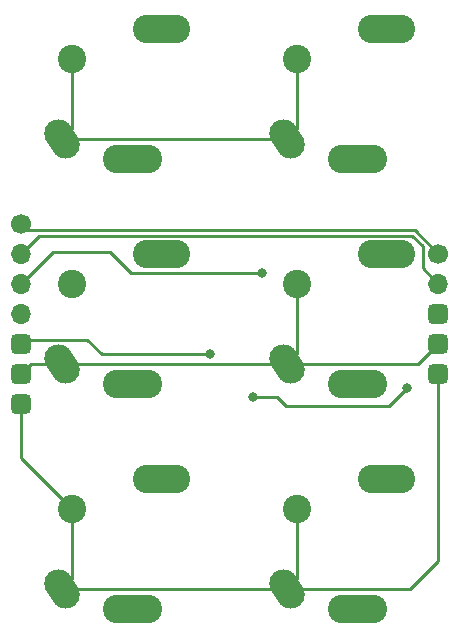
<source format=gtl>
G04 #@! TF.GenerationSoftware,KiCad,Pcbnew,7.0.5*
G04 #@! TF.CreationDate,2023-07-24T08:36:54+08:00*
G04 #@! TF.ProjectId,RA,52412e6b-6963-4616-945f-706362585858,rev?*
G04 #@! TF.SameCoordinates,Original*
G04 #@! TF.FileFunction,Copper,L1,Top*
G04 #@! TF.FilePolarity,Positive*
%FSLAX46Y46*%
G04 Gerber Fmt 4.6, Leading zero omitted, Abs format (unit mm)*
G04 Created by KiCad (PCBNEW 7.0.5) date 2023-07-24 08:36:54*
%MOMM*%
%LPD*%
G01*
G04 APERTURE LIST*
G04 Aperture macros list*
%AMRoundRect*
0 Rectangle with rounded corners*
0 $1 Rounding radius*
0 $2 $3 $4 $5 $6 $7 $8 $9 X,Y pos of 4 corners*
0 Add a 4 corners polygon primitive as box body*
4,1,4,$2,$3,$4,$5,$6,$7,$8,$9,$2,$3,0*
0 Add four circle primitives for the rounded corners*
1,1,$1+$1,$2,$3*
1,1,$1+$1,$4,$5*
1,1,$1+$1,$6,$7*
1,1,$1+$1,$8,$9*
0 Add four rect primitives between the rounded corners*
20,1,$1+$1,$2,$3,$4,$5,0*
20,1,$1+$1,$4,$5,$6,$7,0*
20,1,$1+$1,$6,$7,$8,$9,0*
20,1,$1+$1,$8,$9,$2,$3,0*%
%AMHorizOval*
0 Thick line with rounded ends*
0 $1 width*
0 $2 $3 position (X,Y) of the first rounded end (center of the circle)*
0 $4 $5 position (X,Y) of the second rounded end (center of the circle)*
0 Add line between two ends*
20,1,$1,$2,$3,$4,$5,0*
0 Add two circle primitives to create the rounded ends*
1,1,$1,$2,$3*
1,1,$1,$4,$5*%
%AMOutline4P*
0 Free polygon, 4 corners , with rotation*
0 The origin of the aperture is its center*
0 number of corners: always 4*
0 $1 to $8 corner X, Y*
0 $9 Rotation angle, in degrees counterclockwise*
0 create outline with 4 corners*
4,1,4,$1,$2,$3,$4,$5,$6,$7,$8,$1,$2,$9*%
G04 Aperture macros list end*
G04 #@! TA.AperFunction,ComponentPad*
%ADD10HorizOval,2.400000X-0.305164X0.457575X0.305164X-0.457575X0*%
G04 #@! TD*
G04 #@! TA.AperFunction,ComponentPad*
%ADD11C,2.400000*%
G04 #@! TD*
G04 #@! TA.AperFunction,SMDPad,CuDef*
%ADD12Outline4P,-1.300000X-1.200000X1.300000X-1.200000X1.300000X1.200000X-1.300000X1.200000X0.000000*%
G04 #@! TD*
G04 #@! TA.AperFunction,SMDPad,CuDef*
%ADD13Outline4P,-1.200000X-1.200000X1.200000X-1.200000X1.200000X1.200000X-1.200000X1.200000X0.000000*%
G04 #@! TD*
G04 #@! TA.AperFunction,ComponentPad*
%ADD14C,1.700000*%
G04 #@! TD*
G04 #@! TA.AperFunction,ComponentPad*
%ADD15O,1.700000X1.700000*%
G04 #@! TD*
G04 #@! TA.AperFunction,ComponentPad*
%ADD16RoundRect,0.425000X-0.425000X-0.425000X0.425000X-0.425000X0.425000X0.425000X-0.425000X0.425000X0*%
G04 #@! TD*
G04 #@! TA.AperFunction,ViaPad*
%ADD17C,0.800000*%
G04 #@! TD*
G04 #@! TA.AperFunction,Conductor*
%ADD18C,0.250000*%
G04 #@! TD*
G04 APERTURE END LIST*
D10*
X137410000Y-58680000D03*
D11*
X138300000Y-51890000D03*
X142110000Y-60330000D03*
D12*
X143410000Y-60330000D03*
D11*
X144650000Y-49330000D03*
X144710000Y-60330000D03*
D13*
X145880000Y-49330000D03*
D11*
X147110000Y-49330000D03*
D10*
X118360000Y-58680000D03*
D11*
X119250000Y-51890000D03*
X123060000Y-60330000D03*
D12*
X124360000Y-60330000D03*
D11*
X125600000Y-49330000D03*
X125660000Y-60330000D03*
D13*
X126830000Y-49330000D03*
D11*
X128060000Y-49330000D03*
D14*
X114900000Y-65860000D03*
D15*
X114900000Y-68400000D03*
X114900000Y-70940000D03*
X114900000Y-73480000D03*
D16*
X114900000Y-76020000D03*
X114900000Y-78560000D03*
X114900000Y-81100000D03*
D10*
X118360000Y-96780000D03*
D11*
X119250000Y-89990000D03*
X123060000Y-98430000D03*
D12*
X124360000Y-98430000D03*
D11*
X125600000Y-87430000D03*
X125660000Y-98430000D03*
D13*
X126830000Y-87430000D03*
D11*
X128060000Y-87430000D03*
D10*
X137410000Y-77730000D03*
D11*
X138300000Y-70940000D03*
X142110000Y-79380000D03*
D12*
X143410000Y-79380000D03*
D11*
X144650000Y-68380000D03*
X144710000Y-79380000D03*
D13*
X145880000Y-68380000D03*
D11*
X147110000Y-68380000D03*
D10*
X137410000Y-96780000D03*
D11*
X138300000Y-89990000D03*
X142110000Y-98430000D03*
D12*
X143410000Y-98430000D03*
D11*
X144650000Y-87430000D03*
X144710000Y-98430000D03*
D13*
X145880000Y-87430000D03*
D11*
X147110000Y-87430000D03*
D10*
X118360000Y-77730000D03*
D11*
X119250000Y-70940000D03*
X123060000Y-79380000D03*
D12*
X124360000Y-79380000D03*
D11*
X125600000Y-68380000D03*
X125660000Y-79380000D03*
D13*
X126830000Y-68380000D03*
D11*
X128060000Y-68380000D03*
D14*
X150230000Y-68400000D03*
D15*
X150230000Y-70940000D03*
D16*
X150230000Y-73480000D03*
X150230000Y-76020000D03*
X150230000Y-78560000D03*
D17*
X135315000Y-70005000D03*
X134565500Y-80520000D03*
X130930500Y-76885000D03*
X147620000Y-79730000D03*
D18*
X135315000Y-70005000D02*
X124175000Y-70005000D01*
X124175000Y-70005000D02*
X122415000Y-68245000D01*
X117595000Y-68245000D02*
X114900000Y-70940000D01*
X122415000Y-68245000D02*
X117595000Y-68245000D01*
X150230000Y-68400000D02*
X148235000Y-66405000D01*
X148235000Y-66405000D02*
X115445000Y-66405000D01*
X115445000Y-66405000D02*
X114900000Y-65860000D01*
X148900000Y-69610000D02*
X150230000Y-70940000D01*
X116445000Y-66855000D02*
X147996701Y-66855000D01*
X114900000Y-68400000D02*
X116445000Y-66855000D01*
X147996701Y-66855000D02*
X148900000Y-67758299D01*
X148900000Y-67758299D02*
X148900000Y-69610000D01*
X138300000Y-51890000D02*
X138300000Y-57790000D01*
X115166787Y-75653213D02*
X114800000Y-76020000D01*
X130930500Y-76885000D02*
X121735000Y-76885000D01*
X136570000Y-80520000D02*
X137360000Y-81310000D01*
X134565500Y-80520000D02*
X136570000Y-80520000D01*
X120503213Y-75653213D02*
X115166787Y-75653213D01*
X146040000Y-81310000D02*
X147620000Y-79730000D01*
X137410000Y-58680000D02*
X118360000Y-58680000D01*
X137360000Y-81310000D02*
X146040000Y-81310000D01*
X119250000Y-51890000D02*
X119250000Y-57790000D01*
X119250000Y-57790000D02*
X118360000Y-58680000D01*
X121735000Y-76885000D02*
X120503213Y-75653213D01*
X138300000Y-57790000D02*
X137410000Y-58680000D01*
X114900000Y-78560000D02*
X115730000Y-77730000D01*
X137410000Y-77730000D02*
X148520000Y-77730000D01*
X115730000Y-77730000D02*
X118360000Y-77730000D01*
X118360000Y-77730000D02*
X137410000Y-77730000D01*
X138300000Y-70940000D02*
X138300000Y-76840000D01*
X138300000Y-76840000D02*
X137410000Y-77730000D01*
X148520000Y-77730000D02*
X150230000Y-76020000D01*
X137410000Y-96780000D02*
X138300000Y-95890000D01*
X137410000Y-96780000D02*
X147810000Y-96780000D01*
X137410000Y-96780000D02*
X118360000Y-96780000D01*
X147810000Y-96780000D02*
X150230000Y-94360000D01*
X114900000Y-85640000D02*
X119250000Y-89990000D01*
X114900000Y-81100000D02*
X114900000Y-85640000D01*
X138300000Y-95890000D02*
X138300000Y-89990000D01*
X150230000Y-94360000D02*
X150230000Y-78660000D01*
X119250000Y-95890000D02*
X118360000Y-96780000D01*
X119250000Y-89990000D02*
X119250000Y-95890000D01*
M02*

</source>
